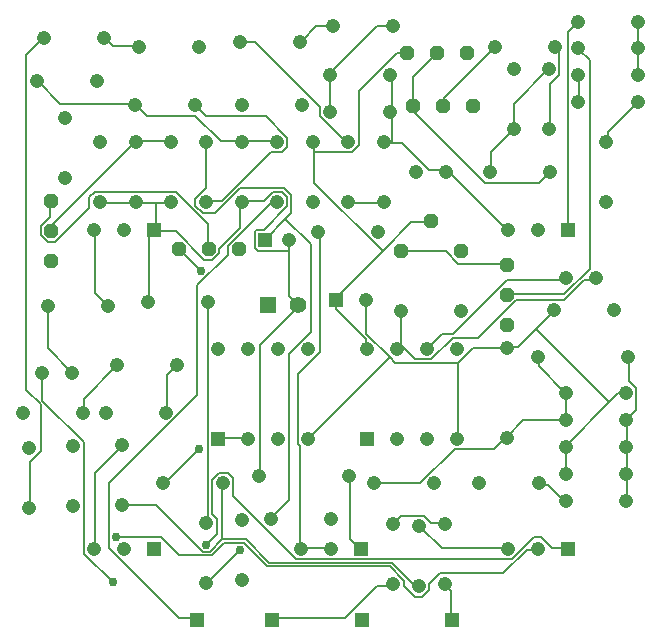
<source format=gbr>
G04 EAGLE Gerber RS-274X export*
G75*
%MOMM*%
%FSLAX34Y34*%
%LPD*%
%INTop Copper*%
%IPPOS*%
%AMOC8*
5,1,8,0,0,1.08239X$1,22.5*%
G01*
%ADD10R,1.208000X1.208000*%
%ADD11C,1.208000*%
%ADD12R,1.408000X1.408000*%
%ADD13C,1.408000*%
%ADD14P,1.307527X8X292.500000*%
%ADD15P,1.307527X8X22.500000*%
%ADD16C,0.152400*%
%ADD17C,0.756400*%


D10*
X240400Y220000D03*
X490400Y280000D03*
D11*
X439600Y280000D03*
X465000Y280000D03*
X41300Y675700D03*
X92100Y675700D03*
X465000Y441900D03*
X541200Y441900D03*
X438800Y373800D03*
X438800Y450000D03*
X326900Y335200D03*
X377700Y335200D03*
X488700Y509000D03*
X514100Y509000D03*
X229300Y341900D03*
X305500Y341900D03*
X148000Y335200D03*
X198800Y335200D03*
X127500Y705000D03*
X178300Y705000D03*
X46800Y712700D03*
X97600Y712700D03*
X113300Y368100D03*
X113300Y317300D03*
X123720Y655700D03*
X174520Y655700D03*
X71300Y316500D03*
X71300Y367300D03*
X159900Y435200D03*
X109100Y435200D03*
X45200Y429000D03*
X70600Y429000D03*
X135500Y488700D03*
X186300Y488700D03*
X50200Y485200D03*
X101000Y485200D03*
X362200Y599000D03*
X387600Y599000D03*
D10*
X234400Y541700D03*
D11*
X254400Y541700D03*
D10*
X294000Y490800D03*
D11*
X319400Y490800D03*
X214700Y655700D03*
X265500Y655700D03*
X213300Y708700D03*
X264100Y708700D03*
X291700Y722700D03*
X342500Y722700D03*
X289500Y681400D03*
X340300Y681400D03*
X415800Y335200D03*
X466600Y335200D03*
X424400Y598700D03*
X475200Y598700D03*
X523100Y573300D03*
X523100Y624100D03*
D12*
X236900Y486000D03*
D13*
X262300Y486000D03*
D10*
X490400Y550000D03*
D11*
X439600Y550000D03*
X465000Y550000D03*
D10*
X392800Y220000D03*
X194500Y372700D03*
D11*
X219900Y372700D03*
X219900Y448900D03*
X194500Y448900D03*
X245300Y372700D03*
X270700Y372700D03*
X245300Y448900D03*
X270700Y448900D03*
D10*
X320200Y372700D03*
D11*
X345600Y372700D03*
X345600Y448900D03*
X320200Y448900D03*
X371000Y372700D03*
X396400Y372700D03*
X371000Y448900D03*
X396400Y448900D03*
D10*
X176900Y220000D03*
X315400Y280000D03*
D11*
X264600Y280000D03*
X290000Y280000D03*
D10*
X316600Y220000D03*
D14*
X52900Y574400D03*
X52900Y549000D03*
X52900Y523600D03*
D15*
X161300Y534000D03*
X186700Y534000D03*
X212100Y534000D03*
X359500Y655200D03*
X384900Y655200D03*
X410300Y655200D03*
D14*
X438700Y520600D03*
X438700Y495200D03*
X438700Y469800D03*
D11*
X244600Y573600D03*
X244600Y624400D03*
X124600Y573600D03*
X124600Y624400D03*
X444600Y635100D03*
X444600Y685900D03*
X474600Y635100D03*
X474600Y685900D03*
X340000Y650000D03*
X289200Y650000D03*
X334600Y624400D03*
X334600Y573600D03*
X499200Y658000D03*
X550000Y658000D03*
X499200Y681000D03*
X550000Y681000D03*
X499200Y704000D03*
X550000Y704000D03*
X479200Y482000D03*
X530000Y482000D03*
X480000Y705000D03*
X429200Y705000D03*
X214600Y573600D03*
X214600Y624400D03*
D15*
X349200Y532000D03*
X400000Y532000D03*
X374600Y557400D03*
D11*
X489200Y320000D03*
X540000Y320000D03*
X489200Y343000D03*
X540000Y343000D03*
X489200Y389000D03*
X540000Y389000D03*
X342500Y249800D03*
X342500Y300600D03*
X540000Y366000D03*
X489200Y366000D03*
X489200Y412000D03*
X540000Y412000D03*
X239200Y305000D03*
X290000Y305000D03*
X279200Y548000D03*
X330000Y548000D03*
X349200Y481000D03*
X400000Y481000D03*
X184600Y573600D03*
X184600Y624400D03*
X364600Y248600D03*
X364600Y299400D03*
X34600Y314600D03*
X34600Y365400D03*
X29200Y395000D03*
X80000Y395000D03*
X99200Y395000D03*
X150000Y395000D03*
X214600Y253600D03*
X214600Y304400D03*
X184600Y250600D03*
X184600Y301400D03*
X386300Y249800D03*
X386300Y300600D03*
X64600Y644400D03*
X64600Y593600D03*
X94600Y573600D03*
X94600Y624400D03*
X274600Y573600D03*
X274600Y624400D03*
X304600Y573600D03*
X304600Y624400D03*
X499200Y726000D03*
X550000Y726000D03*
X154600Y573600D03*
X154600Y624400D03*
D10*
X140400Y280000D03*
D11*
X89600Y280000D03*
X115000Y280000D03*
D10*
X140400Y550000D03*
D11*
X89600Y550000D03*
X115000Y550000D03*
D15*
X354600Y700000D03*
X380000Y700000D03*
X405400Y700000D03*
D16*
X176784Y220980D02*
X161544Y220980D01*
X102108Y280416D01*
X102108Y335280D01*
X176784Y409956D01*
X176784Y502920D01*
X202692Y528828D01*
X202692Y536448D01*
X239268Y573024D01*
X243840Y573024D01*
X176784Y220980D02*
X176900Y220000D01*
X243840Y573024D02*
X244600Y573600D01*
X243840Y624840D02*
X214884Y624840D01*
X214600Y624400D01*
X243840Y624840D02*
X244600Y624400D01*
X123444Y656844D02*
X60960Y656844D01*
X42672Y675132D01*
X123444Y656844D02*
X123720Y655700D01*
X42672Y675132D02*
X41300Y675700D01*
X196596Y624840D02*
X213360Y624840D01*
X196596Y624840D02*
X175260Y646176D01*
X134112Y646176D01*
X124968Y655320D01*
X213360Y624840D02*
X214600Y624400D01*
X124968Y655320D02*
X123720Y655700D01*
X185928Y574548D02*
X198120Y574548D01*
X239268Y615696D01*
X248412Y615696D01*
X252984Y620268D01*
X252984Y627888D01*
X234696Y646176D01*
X184404Y646176D01*
X175260Y655320D01*
X185928Y574548D02*
X184600Y573600D01*
X175260Y655320D02*
X174520Y655700D01*
X195072Y373380D02*
X219456Y373380D01*
X195072Y373380D02*
X194500Y372700D01*
X219456Y373380D02*
X219900Y372700D01*
X184404Y585216D02*
X184404Y623316D01*
X184404Y585216D02*
X175260Y576072D01*
X175260Y569976D01*
X181356Y563880D01*
X192024Y563880D01*
X213360Y585216D01*
X249936Y585216D01*
X256032Y579120D01*
X256032Y563880D01*
X251460Y559308D02*
X234696Y542544D01*
X251460Y559308D02*
X256032Y563880D01*
X184404Y623316D02*
X184600Y624400D01*
X234696Y542544D02*
X234400Y541700D01*
X374904Y301752D02*
X385572Y301752D01*
X374904Y301752D02*
X368808Y307848D01*
X348996Y307848D01*
X342900Y301752D01*
X385572Y301752D02*
X386300Y300600D01*
X342900Y301752D02*
X342500Y300600D01*
X272796Y537972D02*
X251460Y559308D01*
X272796Y537972D02*
X272796Y463296D01*
X254508Y445008D01*
X254508Y321564D01*
X239268Y306324D01*
X239200Y305000D01*
X53340Y550164D02*
X53340Y553212D01*
X123444Y623316D01*
X53340Y550164D02*
X52900Y549000D01*
X123444Y623316D02*
X124600Y624400D01*
X124968Y624840D02*
X153924Y624840D01*
X154600Y624400D01*
X124968Y624840D02*
X124600Y624400D01*
X135636Y544068D02*
X135636Y489204D01*
X135636Y544068D02*
X140208Y548640D01*
X135636Y489204D02*
X135500Y488700D01*
X140208Y548640D02*
X140400Y550000D01*
X213360Y551688D02*
X213360Y573024D01*
X213360Y551688D02*
X195072Y533400D01*
X195072Y530352D01*
X188976Y524256D01*
X182880Y524256D01*
X158496Y548640D01*
X141732Y548640D01*
X213360Y573024D02*
X214600Y573600D01*
X141732Y548640D02*
X140400Y550000D01*
X123444Y573024D02*
X96012Y573024D01*
X94600Y573600D01*
X123444Y573024D02*
X124600Y573600D01*
X124968Y573024D02*
X141732Y573024D01*
X153924Y573024D01*
X154600Y573600D01*
X124968Y573024D02*
X124600Y573600D01*
X141732Y573024D02*
X141732Y550164D01*
X140400Y550000D01*
X438912Y451104D02*
X448056Y451104D01*
X463296Y466344D02*
X478536Y481584D01*
X463296Y466344D02*
X448056Y451104D01*
X438912Y451104D02*
X438800Y450000D01*
X478536Y481584D02*
X479200Y482000D01*
X391668Y243840D02*
X391668Y220980D01*
X391668Y243840D02*
X387096Y248412D01*
X391668Y220980D02*
X392800Y220000D01*
X387096Y248412D02*
X386300Y249800D01*
X489204Y344424D02*
X489204Y365760D01*
X489204Y344424D02*
X489200Y343000D01*
X489204Y365760D02*
X489200Y366000D01*
X533400Y411480D02*
X539496Y411480D01*
X525780Y403860D02*
X489204Y367284D01*
X525780Y403860D02*
X533400Y411480D01*
X539496Y411480D02*
X540000Y412000D01*
X489204Y367284D02*
X489200Y366000D01*
X525780Y403860D02*
X463296Y466344D01*
X550164Y681228D02*
X550164Y702564D01*
X550164Y681228D02*
X550000Y681000D01*
X550164Y702564D02*
X550000Y704000D01*
X550164Y704088D02*
X550164Y725424D01*
X550000Y726000D01*
X550164Y704088D02*
X550000Y704000D01*
X475488Y673608D02*
X475488Y635508D01*
X475488Y673608D02*
X483108Y681228D01*
X483108Y701040D01*
X480060Y704088D01*
X475488Y635508D02*
X474600Y635100D01*
X480060Y704088D02*
X480000Y705000D01*
X333756Y573024D02*
X304800Y573024D01*
X304600Y573600D01*
X333756Y573024D02*
X334600Y573600D01*
X230124Y452628D02*
X230124Y342900D01*
X230124Y452628D02*
X262128Y484632D01*
X230124Y342900D02*
X229300Y341900D01*
X262128Y484632D02*
X262300Y486000D01*
X254508Y493776D02*
X254508Y531876D01*
X254508Y541020D01*
X254508Y493776D02*
X262128Y486156D01*
X254508Y541020D02*
X254400Y541700D01*
X262128Y486156D02*
X262300Y486000D01*
X409956Y449580D02*
X437388Y449580D01*
X409956Y449580D02*
X397764Y437388D01*
X344424Y437388D01*
X339852Y441960D02*
X320040Y461772D01*
X339852Y441960D02*
X344424Y437388D01*
X320040Y461772D02*
X320040Y490728D01*
X437388Y449580D02*
X438800Y450000D01*
X320040Y490728D02*
X319400Y490800D01*
X233172Y574548D02*
X214884Y574548D01*
X233172Y574548D02*
X240792Y582168D01*
X248412Y582168D01*
X252984Y577596D01*
X252984Y569976D01*
X233172Y550164D01*
X227076Y550164D01*
X225552Y548640D01*
X225552Y534924D01*
X228600Y531876D01*
X254508Y531876D01*
X214600Y573600D02*
X214884Y574548D01*
X339852Y441960D02*
X271272Y373380D01*
X270700Y372700D01*
X397764Y373380D02*
X397764Y437388D01*
X397764Y373380D02*
X396400Y372700D01*
X51816Y560832D02*
X51816Y573024D01*
X51816Y560832D02*
X44196Y553212D01*
X44196Y545592D01*
X50292Y539496D01*
X56388Y539496D01*
X85344Y568452D01*
X85344Y577596D01*
X89916Y582168D01*
X158496Y582168D01*
X185928Y554736D01*
X185928Y534924D01*
X52900Y574400D02*
X51816Y573024D01*
X185928Y534924D02*
X186700Y534000D01*
X277368Y722376D02*
X291084Y722376D01*
X277368Y722376D02*
X265176Y710184D01*
X291084Y722376D02*
X291700Y722700D01*
X265176Y710184D02*
X264100Y708700D01*
X225552Y708660D02*
X213360Y708660D01*
X225552Y708660D02*
X280416Y653796D01*
X280416Y646176D01*
X303276Y623316D01*
X213360Y708660D02*
X213300Y708700D01*
X303276Y623316D02*
X304600Y624400D01*
X301752Y220980D02*
X240792Y220980D01*
X301752Y220980D02*
X329184Y248412D01*
X341376Y248412D01*
X240792Y220980D02*
X240400Y220000D01*
X341376Y248412D02*
X342500Y249800D01*
X179832Y515112D02*
X161544Y533400D01*
X161300Y534000D01*
X358140Y556260D02*
X373380Y556260D01*
X333756Y531876D02*
X294132Y492252D01*
X333756Y531876D02*
X358140Y556260D01*
X373380Y556260D02*
X374600Y557400D01*
X294132Y492252D02*
X294000Y490800D01*
X275844Y589788D02*
X275844Y615696D01*
X275844Y623316D01*
X275844Y589788D02*
X333756Y531876D01*
X275844Y623316D02*
X274600Y624400D01*
X345948Y699516D02*
X353568Y699516D01*
X345948Y699516D02*
X313944Y667512D01*
X313944Y621792D01*
X307848Y615696D01*
X275844Y615696D01*
X353568Y699516D02*
X354600Y700000D01*
D17*
X179832Y515112D03*
D16*
X320040Y457200D02*
X320040Y449580D01*
X320040Y457200D02*
X294132Y483108D01*
X294132Y490728D01*
X320040Y449580D02*
X320200Y448900D01*
X294132Y490728D02*
X294000Y490800D01*
X289560Y650748D02*
X289560Y681228D01*
X289560Y650748D02*
X289200Y650000D01*
X289560Y681228D02*
X289500Y681400D01*
X329184Y722376D02*
X341376Y722376D01*
X329184Y722376D02*
X289560Y682752D01*
X341376Y722376D02*
X342500Y722700D01*
X289560Y682752D02*
X289500Y681400D01*
X373380Y600456D02*
X387096Y600456D01*
X373380Y600456D02*
X350520Y623316D01*
X341376Y623316D02*
X335280Y623316D01*
X341376Y623316D02*
X350520Y623316D01*
X387096Y600456D02*
X387600Y599000D01*
X335280Y623316D02*
X334600Y624400D01*
X388620Y600456D02*
X438912Y550164D01*
X439600Y550000D01*
X387600Y599000D02*
X388620Y600456D01*
X341376Y623316D02*
X341376Y649224D01*
X340000Y650000D01*
X341376Y650748D02*
X341376Y681228D01*
X340300Y681400D01*
X341376Y650748D02*
X340000Y650000D01*
X490728Y717804D02*
X490728Y550164D01*
X490728Y717804D02*
X498348Y725424D01*
X490728Y550164D02*
X490400Y550000D01*
X498348Y725424D02*
X499200Y726000D01*
X385572Y661416D02*
X385572Y655320D01*
X385572Y661416D02*
X428244Y704088D01*
X385572Y655320D02*
X384900Y655200D01*
X428244Y704088D02*
X429200Y705000D01*
X359664Y679704D02*
X359664Y655320D01*
X359664Y679704D02*
X379476Y699516D01*
X359664Y655320D02*
X359500Y655200D01*
X379476Y699516D02*
X380000Y700000D01*
X359664Y653796D02*
X359664Y650748D01*
X420624Y589788D01*
X466344Y589788D01*
X473964Y597408D01*
X359664Y653796D02*
X359500Y655200D01*
X473964Y597408D02*
X475200Y598700D01*
X425196Y598932D02*
X425196Y615696D01*
X444600Y635100D01*
X425196Y598932D02*
X424400Y598700D01*
X445008Y635508D02*
X445008Y656844D01*
X473964Y685800D01*
X445008Y635508D02*
X444600Y635100D01*
X473964Y685800D02*
X474600Y685900D01*
X524256Y632460D02*
X524256Y624840D01*
X524256Y632460D02*
X548640Y656844D01*
X524256Y624840D02*
X523100Y624100D01*
X548640Y656844D02*
X550000Y658000D01*
X499872Y658368D02*
X499872Y679704D01*
X499200Y681000D01*
X499872Y658368D02*
X499200Y658000D01*
X487680Y495300D02*
X438912Y495300D01*
X487680Y495300D02*
X509016Y516636D01*
X509016Y693420D01*
X499872Y702564D01*
X438912Y495300D02*
X438700Y495200D01*
X499872Y702564D02*
X499200Y704000D01*
X387096Y531876D02*
X350520Y531876D01*
X387096Y531876D02*
X397764Y521208D01*
X437388Y521208D01*
X350520Y531876D02*
X349200Y532000D01*
X437388Y521208D02*
X438700Y520600D01*
X467868Y333756D02*
X473964Y333756D01*
X487680Y320040D01*
X467868Y333756D02*
X466600Y335200D01*
X487680Y320040D02*
X489200Y320000D01*
X489204Y390144D02*
X489204Y411480D01*
X489204Y390144D02*
X489200Y389000D01*
X489204Y411480D02*
X489200Y412000D01*
X466344Y434340D02*
X466344Y440436D01*
X466344Y434340D02*
X487680Y413004D01*
X466344Y440436D02*
X465000Y441900D01*
X487680Y413004D02*
X489200Y412000D01*
X365760Y335280D02*
X327660Y335280D01*
X365760Y335280D02*
X394716Y364236D01*
X428244Y364236D01*
X437388Y373380D01*
X327660Y335280D02*
X326900Y335200D01*
X437388Y373380D02*
X438800Y373800D01*
X452628Y388620D02*
X487680Y388620D01*
X452628Y388620D02*
X438912Y374904D01*
X487680Y388620D02*
X489200Y389000D01*
X438912Y374904D02*
X438800Y373800D01*
X438912Y507492D02*
X487680Y507492D01*
X438912Y507492D02*
X393192Y461772D01*
X384048Y461772D01*
X371856Y449580D01*
X487680Y507492D02*
X488700Y509000D01*
X371856Y449580D02*
X371000Y448900D01*
X178308Y364236D02*
X149352Y335280D01*
X148000Y335200D01*
X348996Y452628D02*
X348996Y480060D01*
X348996Y452628D02*
X345948Y449580D01*
X348996Y480060D02*
X349200Y481000D01*
X345948Y449580D02*
X345600Y448900D01*
X504444Y507492D02*
X513588Y507492D01*
X504444Y507492D02*
X487680Y490728D01*
X446532Y490728D01*
X414528Y458724D01*
X393192Y458724D01*
X374904Y440436D01*
X361188Y440436D01*
X348996Y452628D01*
X513588Y507492D02*
X514100Y509000D01*
X348996Y452628D02*
X345600Y448900D01*
D17*
X178308Y364236D03*
D16*
X265176Y280416D02*
X289560Y280416D01*
X265176Y280416D02*
X264600Y280000D01*
X289560Y280416D02*
X290000Y280000D01*
X263652Y280416D02*
X263652Y367284D01*
X262128Y368808D01*
X262128Y428244D01*
X280416Y446532D01*
X280416Y547116D01*
X263652Y280416D02*
X264600Y280000D01*
X280416Y547116D02*
X279200Y548000D01*
X306324Y341376D02*
X306324Y288036D01*
X313944Y280416D01*
X306324Y341376D02*
X305500Y341900D01*
X313944Y280416D02*
X315400Y280000D01*
X141732Y316992D02*
X114300Y316992D01*
X141732Y316992D02*
X181356Y277368D01*
X187452Y277368D01*
X198120Y288036D01*
X198120Y333756D01*
X114300Y316992D02*
X113300Y317300D01*
X198120Y333756D02*
X198800Y335200D01*
X359664Y249936D02*
X364236Y249936D01*
X359664Y249936D02*
X341376Y268224D01*
X237744Y268224D01*
X217932Y288036D01*
X198120Y288036D01*
X364236Y249936D02*
X364600Y248600D01*
X384048Y280416D02*
X438912Y280416D01*
X384048Y280416D02*
X365760Y298704D01*
X438912Y280416D02*
X439600Y280000D01*
X365760Y298704D02*
X364600Y299400D01*
X35052Y315468D02*
X35052Y353568D01*
X44196Y362712D01*
X44196Y402336D01*
X32004Y414528D01*
X32004Y697992D01*
X45720Y711708D01*
X35052Y315468D02*
X34600Y314600D01*
X45720Y711708D02*
X46800Y712700D01*
X477012Y280416D02*
X489204Y280416D01*
X477012Y280416D02*
X467868Y289560D01*
X461772Y289560D01*
X443484Y271272D01*
X260604Y271272D01*
X207264Y324612D01*
X207264Y339852D01*
X202692Y344424D01*
X195072Y344424D01*
X188976Y338328D01*
X188976Y309372D01*
X193548Y304800D01*
X193548Y292608D01*
X184404Y283464D01*
X489204Y280416D02*
X490400Y280000D01*
D17*
X184404Y283464D03*
D16*
X126492Y705612D02*
X105156Y705612D01*
X99060Y711708D01*
X126492Y705612D02*
X127500Y705000D01*
X99060Y711708D02*
X97600Y712700D01*
X455676Y278892D02*
X464820Y278892D01*
X455676Y278892D02*
X435864Y259080D01*
X382524Y259080D01*
X373380Y249936D01*
X373380Y245364D01*
X367284Y239268D01*
X361188Y239268D01*
X352044Y248412D01*
X352044Y252984D01*
X339852Y265176D01*
X236220Y265176D01*
X216408Y284988D01*
X199644Y284988D01*
X188976Y274320D01*
X161544Y274320D01*
X146304Y289560D01*
X108204Y289560D01*
X464820Y278892D02*
X465000Y280000D01*
D17*
X108204Y289560D03*
D16*
X89916Y280416D02*
X89916Y344424D01*
X112776Y367284D01*
X89916Y280416D02*
X89600Y280000D01*
X112776Y367284D02*
X113300Y368100D01*
X80772Y396240D02*
X80772Y406908D01*
X108204Y434340D01*
X80772Y396240D02*
X80000Y395000D01*
X108204Y434340D02*
X109100Y435200D01*
X150876Y426720D02*
X150876Y396240D01*
X150876Y426720D02*
X158496Y434340D01*
X150876Y396240D02*
X150000Y395000D01*
X158496Y434340D02*
X159900Y435200D01*
X45720Y428244D02*
X45720Y405384D01*
X80772Y370332D01*
X80772Y275844D01*
X105156Y251460D01*
X45720Y428244D02*
X45200Y429000D01*
X213360Y278892D02*
X185928Y251460D01*
X184600Y250600D01*
D17*
X105156Y251460D03*
X213360Y278892D03*
D16*
X50292Y449580D02*
X50292Y484632D01*
X50292Y449580D02*
X70104Y429768D01*
X50292Y484632D02*
X50200Y485200D01*
X70104Y429768D02*
X70600Y429000D01*
X185928Y487680D02*
X185928Y301752D01*
X184600Y301400D01*
X185928Y487680D02*
X186300Y488700D01*
X89916Y496824D02*
X89916Y548640D01*
X89916Y496824D02*
X100584Y486156D01*
X89916Y548640D02*
X89600Y550000D01*
X100584Y486156D02*
X101000Y485200D01*
X541020Y342900D02*
X541020Y320040D01*
X540000Y320000D01*
X541020Y342900D02*
X540000Y343000D01*
X541020Y344424D02*
X541020Y365760D01*
X540000Y366000D01*
X541020Y344424D02*
X540000Y343000D01*
X541020Y367284D02*
X541020Y388620D01*
X540000Y389000D01*
X541020Y367284D02*
X540000Y366000D01*
X542544Y422148D02*
X542544Y440436D01*
X542544Y422148D02*
X548640Y416052D01*
X548640Y397764D01*
X541020Y390144D01*
X542544Y440436D02*
X541200Y441900D01*
X541020Y390144D02*
X540000Y389000D01*
M02*

</source>
